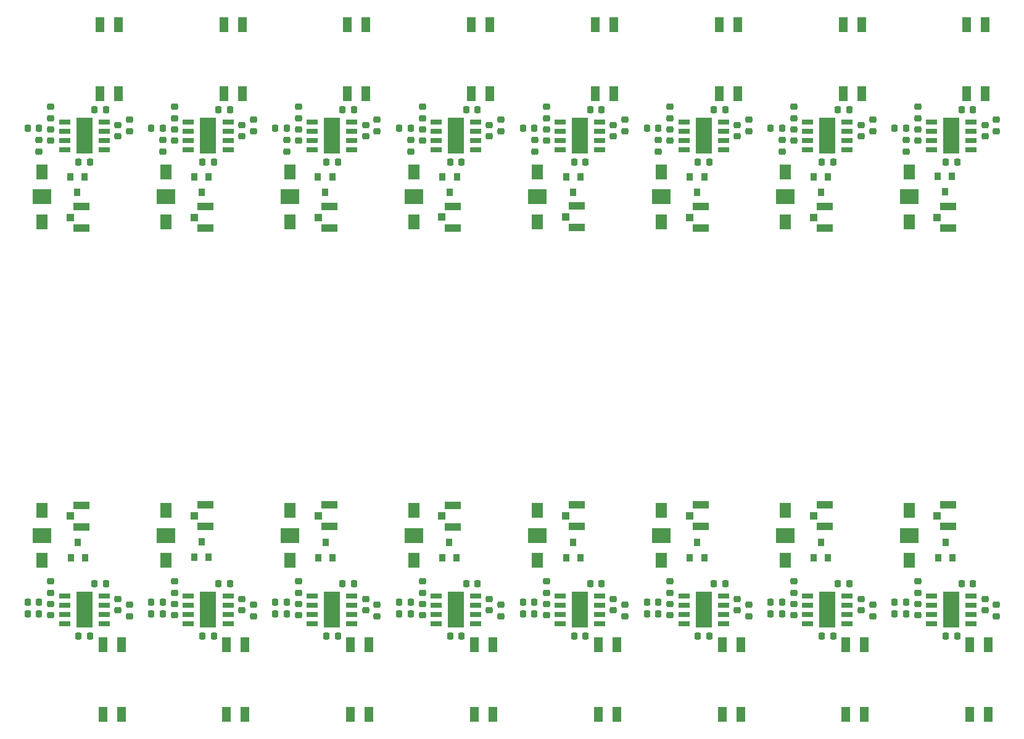
<source format=gbp>
G04 #@! TF.GenerationSoftware,KiCad,Pcbnew,(6.0.2)*
G04 #@! TF.CreationDate,2022-06-24T14:50:25-04:00*
G04 #@! TF.ProjectId,ARTIQAmp,41525449-5141-46d7-902e-6b696361645f,rev?*
G04 #@! TF.SameCoordinates,Original*
G04 #@! TF.FileFunction,Paste,Bot*
G04 #@! TF.FilePolarity,Positive*
%FSLAX46Y46*%
G04 Gerber Fmt 4.6, Leading zero omitted, Abs format (unit mm)*
G04 Created by KiCad (PCBNEW (6.0.2)) date 2022-06-24 14:50:25*
%MOMM*%
%LPD*%
G01*
G04 APERTURE LIST*
G04 Aperture macros list*
%AMRoundRect*
0 Rectangle with rounded corners*
0 $1 Rounding radius*
0 $2 $3 $4 $5 $6 $7 $8 $9 X,Y pos of 4 corners*
0 Add a 4 corners polygon primitive as box body*
4,1,4,$2,$3,$4,$5,$6,$7,$8,$9,$2,$3,0*
0 Add four circle primitives for the rounded corners*
1,1,$1+$1,$2,$3*
1,1,$1+$1,$4,$5*
1,1,$1+$1,$6,$7*
1,1,$1+$1,$8,$9*
0 Add four rect primitives between the rounded corners*
20,1,$1+$1,$2,$3,$4,$5,0*
20,1,$1+$1,$4,$5,$6,$7,0*
20,1,$1+$1,$6,$7,$8,$9,0*
20,1,$1+$1,$8,$9,$2,$3,0*%
G04 Aperture macros list end*
%ADD10R,1.526000X0.650000*%
%ADD11R,2.260000X5.000000*%
%ADD12R,1.050000X1.000000*%
%ADD13R,2.200000X1.050000*%
%ADD14RoundRect,0.218750X-0.256250X0.218750X-0.256250X-0.218750X0.256250X-0.218750X0.256250X0.218750X0*%
%ADD15R,1.200000X2.000000*%
%ADD16RoundRect,0.218750X-0.218750X-0.256250X0.218750X-0.256250X0.218750X0.256250X-0.218750X0.256250X0*%
%ADD17RoundRect,0.218750X0.218750X0.256250X-0.218750X0.256250X-0.218750X-0.256250X0.218750X-0.256250X0*%
%ADD18RoundRect,0.218750X0.256250X-0.218750X0.256250X0.218750X-0.256250X0.218750X-0.256250X-0.218750X0*%
%ADD19R,1.600000X2.000000*%
%ADD20R,2.600000X2.000000*%
%ADD21R,0.850000X1.000000*%
G04 APERTURE END LIST*
D10*
X60188000Y-58705000D03*
X60188000Y-57435000D03*
X60188000Y-56165000D03*
X60188000Y-54895000D03*
X65612000Y-54895000D03*
X65612000Y-56165000D03*
X65612000Y-57435000D03*
X65612000Y-58705000D03*
D11*
X62900000Y-56800000D03*
D10*
X162188000Y-58705000D03*
X162188000Y-57435000D03*
X162188000Y-56165000D03*
X162188000Y-54895000D03*
X167612000Y-54895000D03*
X167612000Y-56165000D03*
X167612000Y-57435000D03*
X167612000Y-58705000D03*
D11*
X164900000Y-56800000D03*
D10*
X94188000Y-58705000D03*
X94188000Y-57435000D03*
X94188000Y-56165000D03*
X94188000Y-54895000D03*
X99612000Y-54895000D03*
X99612000Y-56165000D03*
X99612000Y-57435000D03*
X99612000Y-58705000D03*
D11*
X96900000Y-56800000D03*
D10*
X145188000Y-58705000D03*
X145188000Y-57435000D03*
X145188000Y-56165000D03*
X145188000Y-54895000D03*
X150612000Y-54895000D03*
X150612000Y-56165000D03*
X150612000Y-57435000D03*
X150612000Y-58705000D03*
D11*
X147900000Y-56800000D03*
D10*
X77188000Y-58705000D03*
X77188000Y-57435000D03*
X77188000Y-56165000D03*
X77188000Y-54895000D03*
X82612000Y-54895000D03*
X82612000Y-56165000D03*
X82612000Y-57435000D03*
X82612000Y-58705000D03*
D11*
X79900000Y-56800000D03*
D10*
X128188000Y-58705000D03*
X128188000Y-57435000D03*
X128188000Y-56165000D03*
X128188000Y-54895000D03*
X133612000Y-54895000D03*
X133612000Y-56165000D03*
X133612000Y-57435000D03*
X133612000Y-58705000D03*
D11*
X130900000Y-56800000D03*
D10*
X179188000Y-58705000D03*
X179188000Y-57435000D03*
X179188000Y-56165000D03*
X179188000Y-54895000D03*
X184612000Y-54895000D03*
X184612000Y-56165000D03*
X184612000Y-57435000D03*
X184612000Y-58705000D03*
D11*
X181900000Y-56800000D03*
D10*
X111188000Y-58705000D03*
X111188000Y-57435000D03*
X111188000Y-56165000D03*
X111188000Y-54895000D03*
X116612000Y-54895000D03*
X116612000Y-56165000D03*
X116612000Y-57435000D03*
X116612000Y-58705000D03*
D11*
X113900000Y-56800000D03*
D10*
X60188000Y-123805000D03*
X60188000Y-122535000D03*
X60188000Y-121265000D03*
X60188000Y-119995000D03*
X65612000Y-119995000D03*
X65612000Y-121265000D03*
X65612000Y-122535000D03*
X65612000Y-123805000D03*
D11*
X62900000Y-121900000D03*
D10*
X179188000Y-123805000D03*
X179188000Y-122535000D03*
X179188000Y-121265000D03*
X179188000Y-119995000D03*
X184612000Y-119995000D03*
X184612000Y-121265000D03*
X184612000Y-122535000D03*
X184612000Y-123805000D03*
D11*
X181900000Y-121900000D03*
D10*
X162188000Y-123805000D03*
X162188000Y-122535000D03*
X162188000Y-121265000D03*
X162188000Y-119995000D03*
X167612000Y-119995000D03*
X167612000Y-121265000D03*
X167612000Y-122535000D03*
X167612000Y-123805000D03*
D11*
X164900000Y-121900000D03*
D10*
X145188000Y-123805000D03*
X145188000Y-122535000D03*
X145188000Y-121265000D03*
X145188000Y-119995000D03*
X150612000Y-119995000D03*
X150612000Y-121265000D03*
X150612000Y-122535000D03*
X150612000Y-123805000D03*
D11*
X147900000Y-121900000D03*
D10*
X128188000Y-123805000D03*
X128188000Y-122535000D03*
X128188000Y-121265000D03*
X128188000Y-119995000D03*
X133612000Y-119995000D03*
X133612000Y-121265000D03*
X133612000Y-122535000D03*
X133612000Y-123805000D03*
D11*
X130900000Y-121900000D03*
D10*
X77188000Y-123805000D03*
X77188000Y-122535000D03*
X77188000Y-121265000D03*
X77188000Y-119995000D03*
X82612000Y-119995000D03*
X82612000Y-121265000D03*
X82612000Y-122535000D03*
X82612000Y-123805000D03*
D11*
X79900000Y-121900000D03*
D10*
X111188000Y-123805000D03*
X111188000Y-122535000D03*
X111188000Y-121265000D03*
X111188000Y-119995000D03*
X116612000Y-119995000D03*
X116612000Y-121265000D03*
X116612000Y-122535000D03*
X116612000Y-123805000D03*
D11*
X113900000Y-121900000D03*
D10*
X94188000Y-123805000D03*
X94188000Y-122535000D03*
X94188000Y-121265000D03*
X94188000Y-119995000D03*
X99612000Y-119995000D03*
X99612000Y-121265000D03*
X99612000Y-122535000D03*
X99612000Y-123805000D03*
D11*
X96900000Y-121900000D03*
D12*
X179975000Y-68000000D03*
D13*
X181500000Y-69475000D03*
X181500000Y-66525000D03*
D12*
X162975000Y-68000000D03*
D13*
X164500000Y-69475000D03*
X164500000Y-66525000D03*
D12*
X145975000Y-68000000D03*
D13*
X147500000Y-69475000D03*
X147500000Y-66525000D03*
D12*
X128975000Y-67919600D03*
D13*
X130500000Y-69394600D03*
X130500000Y-66444600D03*
D12*
X111975000Y-67975000D03*
D13*
X113500000Y-69450000D03*
X113500000Y-66500000D03*
D12*
X94975000Y-68000000D03*
D13*
X96500000Y-69475000D03*
X96500000Y-66525000D03*
D12*
X77975000Y-68000000D03*
D13*
X79500000Y-69475000D03*
X79500000Y-66525000D03*
D12*
X60975000Y-68000000D03*
D13*
X62500000Y-69475000D03*
X62500000Y-66525000D03*
X181500000Y-107525000D03*
X181500000Y-110475000D03*
D12*
X179975000Y-109000000D03*
X162975000Y-109000000D03*
D13*
X164500000Y-110475000D03*
X164500000Y-107525000D03*
D12*
X145975000Y-109000000D03*
D13*
X147500000Y-110475000D03*
X147500000Y-107525000D03*
D12*
X128975000Y-109000000D03*
D13*
X130500000Y-110475000D03*
X130500000Y-107525000D03*
D12*
X111975000Y-109042200D03*
D13*
X113500000Y-110517200D03*
X113500000Y-107567200D03*
D12*
X94975000Y-109000000D03*
D13*
X96500000Y-110475000D03*
X96500000Y-107525000D03*
X79502000Y-107525000D03*
X79502000Y-110475000D03*
D12*
X77977000Y-109000000D03*
X60975000Y-109042200D03*
D13*
X62500000Y-110517200D03*
X62500000Y-107567200D03*
D14*
X58300000Y-55912500D03*
X58300000Y-57487500D03*
X188100000Y-54612500D03*
X188100000Y-56187500D03*
X177300000Y-55912500D03*
X177300000Y-57487500D03*
X171100000Y-54612500D03*
X171100000Y-56187500D03*
X160300000Y-55912500D03*
X160300000Y-57487500D03*
X69100000Y-54612500D03*
X69100000Y-56187500D03*
X154100000Y-54612500D03*
X154100000Y-56187500D03*
X143300000Y-55912500D03*
X143300000Y-57487500D03*
X137100000Y-54612500D03*
X137100000Y-56187500D03*
X120100000Y-54612500D03*
X120100000Y-56187500D03*
X109300000Y-55912500D03*
X109300000Y-57487500D03*
X75300000Y-55912500D03*
X75300000Y-57487500D03*
X103100000Y-54612500D03*
X103100000Y-56187500D03*
X126300000Y-55912500D03*
X126300000Y-57487500D03*
X92300000Y-55912500D03*
X92300000Y-57487500D03*
X86100000Y-54612500D03*
X86100000Y-56187500D03*
D15*
X152570000Y-51050000D03*
X150030000Y-51050000D03*
X150030000Y-41550000D03*
X152570000Y-41550000D03*
X118570000Y-51050000D03*
X116030000Y-51050000D03*
X116030000Y-41550000D03*
X118570000Y-41550000D03*
X101570000Y-51050000D03*
X99030000Y-51050000D03*
X99030000Y-41550000D03*
X101570000Y-41550000D03*
X67570000Y-51050000D03*
X65030000Y-51050000D03*
X65030000Y-41550000D03*
X67570000Y-41550000D03*
X135570000Y-51050000D03*
X133030000Y-51050000D03*
X133030000Y-41550000D03*
X135570000Y-41550000D03*
X84570000Y-51050000D03*
X82030000Y-51050000D03*
X82030000Y-41550000D03*
X84570000Y-41550000D03*
X169570000Y-51050000D03*
X167030000Y-51050000D03*
X167030000Y-41550000D03*
X169570000Y-41550000D03*
X186570000Y-51050000D03*
X184030000Y-51050000D03*
X184030000Y-41550000D03*
X186570000Y-41550000D03*
D16*
X130112500Y-60400000D03*
X131687500Y-60400000D03*
D17*
X141687500Y-55800000D03*
X140112500Y-55800000D03*
D16*
X113112500Y-60400000D03*
X114687500Y-60400000D03*
D17*
X90687500Y-55800000D03*
X89112500Y-55800000D03*
X73687500Y-55800000D03*
X72112500Y-55800000D03*
D16*
X96112500Y-60400000D03*
X97687500Y-60400000D03*
X79112500Y-60400000D03*
X80687500Y-60400000D03*
D18*
X73700000Y-58987500D03*
X73700000Y-57412500D03*
D16*
X147112500Y-60400000D03*
X148687500Y-60400000D03*
D17*
X107687500Y-55800000D03*
X106112500Y-55800000D03*
D18*
X107700000Y-58987500D03*
X107700000Y-57412500D03*
X124700000Y-58987500D03*
X124700000Y-57412500D03*
D17*
X124687500Y-55800000D03*
X123112500Y-55800000D03*
X99887500Y-53200000D03*
X98312500Y-53200000D03*
D18*
X75300000Y-54387500D03*
X75300000Y-52812500D03*
D14*
X135500000Y-55312500D03*
X135500000Y-56887500D03*
D17*
X150887500Y-53200000D03*
X149312500Y-53200000D03*
D18*
X177300000Y-54387500D03*
X177300000Y-52812500D03*
X126300000Y-54387500D03*
X126300000Y-52812500D03*
D14*
X118500000Y-55312500D03*
X118500000Y-56887500D03*
X67500000Y-55312500D03*
X67500000Y-56887500D03*
D17*
X115312500Y-53200000D03*
X116887500Y-53200000D03*
D18*
X143300000Y-54387500D03*
X143300000Y-52812500D03*
D17*
X167887500Y-53200000D03*
X166312500Y-53200000D03*
X184887500Y-53200000D03*
X183312500Y-53200000D03*
X133887500Y-53200000D03*
X132312500Y-53200000D03*
D14*
X101500000Y-55312500D03*
X101500000Y-56887500D03*
X169500000Y-55312500D03*
X169500000Y-56887500D03*
X186500000Y-55312500D03*
X186500000Y-56887500D03*
D18*
X92300000Y-54387500D03*
X92300000Y-52812500D03*
D14*
X152500000Y-55312500D03*
X152500000Y-56887500D03*
D18*
X160300000Y-54387500D03*
X160300000Y-52812500D03*
D14*
X84500000Y-55312500D03*
X84500000Y-56887500D03*
D18*
X58300000Y-54387500D03*
X58300000Y-52812500D03*
D17*
X82887500Y-53200000D03*
X81312500Y-53200000D03*
D18*
X109300000Y-54387500D03*
X109300000Y-52812500D03*
D19*
X142100000Y-68650000D03*
X142100000Y-61750000D03*
D20*
X142100000Y-65200000D03*
D19*
X108100000Y-68650000D03*
X108100000Y-61750000D03*
D20*
X108100000Y-65200000D03*
D19*
X74100000Y-68650000D03*
X74100000Y-61750000D03*
D20*
X74100000Y-65200000D03*
D19*
X176100000Y-68650000D03*
X176100000Y-61750000D03*
D20*
X176100000Y-65200000D03*
D19*
X91100000Y-68650000D03*
X91100000Y-61750000D03*
D20*
X91100000Y-65200000D03*
D19*
X57100000Y-68650000D03*
X57100000Y-61750000D03*
D20*
X57100000Y-65200000D03*
D19*
X159100000Y-68650000D03*
X159100000Y-61750000D03*
D20*
X159100000Y-65200000D03*
D19*
X125100000Y-68650000D03*
X125100000Y-61750000D03*
D20*
X125100000Y-65200000D03*
D17*
X65887500Y-53200000D03*
X64312500Y-53200000D03*
D18*
X56700000Y-58987500D03*
X56700000Y-57412500D03*
D17*
X56687500Y-55800000D03*
X55112500Y-55800000D03*
D18*
X141700000Y-58987500D03*
X141700000Y-57412500D03*
D17*
X175675000Y-55800000D03*
X174100000Y-55800000D03*
D16*
X181112500Y-60400000D03*
X182687500Y-60400000D03*
D18*
X158700000Y-58987500D03*
X158700000Y-57412500D03*
D17*
X158687500Y-55800000D03*
X157112500Y-55800000D03*
D16*
X164112500Y-60400000D03*
X165687500Y-60400000D03*
D18*
X175700000Y-58987500D03*
X175700000Y-57412500D03*
D16*
X62112500Y-60400000D03*
X63687500Y-60400000D03*
D18*
X90700000Y-58987500D03*
X90700000Y-57412500D03*
X188100000Y-122787500D03*
X188100000Y-121212500D03*
D14*
X75300000Y-121112500D03*
X75300000Y-122687500D03*
X92300000Y-121112500D03*
X92300000Y-122687500D03*
X160300000Y-121112500D03*
X160300000Y-122687500D03*
D18*
X137100000Y-122787500D03*
X137100000Y-121212500D03*
X86100000Y-122787500D03*
X86100000Y-121212500D03*
D14*
X109300000Y-121112500D03*
X109300000Y-122687500D03*
X143300000Y-121112500D03*
X143300000Y-122687500D03*
D18*
X171100000Y-122787500D03*
X171100000Y-121212500D03*
X120100000Y-122787500D03*
X120100000Y-121212500D03*
D14*
X177300000Y-121112500D03*
X177300000Y-122687500D03*
D18*
X154100000Y-122787500D03*
X154100000Y-121212500D03*
D14*
X126300000Y-121112500D03*
X126300000Y-122687500D03*
D18*
X69100000Y-122787500D03*
X69100000Y-121212500D03*
D14*
X58300000Y-121112500D03*
X58300000Y-122687500D03*
D18*
X103100000Y-122787500D03*
X103100000Y-121212500D03*
D15*
X65430000Y-126750000D03*
X67970000Y-126750000D03*
X67970000Y-136250000D03*
X65430000Y-136250000D03*
X167430000Y-126750000D03*
X169970000Y-126750000D03*
X169970000Y-136250000D03*
X167430000Y-136250000D03*
X116430000Y-126750000D03*
X118970000Y-126750000D03*
X118970000Y-136250000D03*
X116430000Y-136250000D03*
X184430000Y-126750000D03*
X186970000Y-126750000D03*
X186970000Y-136250000D03*
X184430000Y-136250000D03*
X150430000Y-126750000D03*
X152970000Y-126750000D03*
X152970000Y-136250000D03*
X150430000Y-136250000D03*
X99430000Y-126750000D03*
X101970000Y-126750000D03*
X101970000Y-136250000D03*
X99430000Y-136250000D03*
X82430000Y-126750000D03*
X84970000Y-126750000D03*
X84970000Y-136250000D03*
X82430000Y-136250000D03*
X133430000Y-126750000D03*
X135970000Y-126750000D03*
X135970000Y-136250000D03*
X133430000Y-136250000D03*
D17*
X82887500Y-118300000D03*
X81312500Y-118300000D03*
D14*
X135500000Y-120412500D03*
X135500000Y-121987500D03*
D17*
X133887500Y-118300000D03*
X132312500Y-118300000D03*
D18*
X92300000Y-119587500D03*
X92300000Y-118012500D03*
D17*
X99887500Y-118300000D03*
X98312500Y-118300000D03*
D14*
X84500000Y-120412500D03*
X84500000Y-121987500D03*
X101500000Y-120412500D03*
X101500000Y-121987500D03*
D18*
X126300000Y-119587500D03*
X126300000Y-118012500D03*
X75300000Y-119587500D03*
X75300000Y-118012500D03*
X109300000Y-119587500D03*
X109300000Y-118012500D03*
D17*
X116887500Y-118300000D03*
X115312500Y-118300000D03*
D14*
X118500000Y-120412500D03*
X118500000Y-121987500D03*
D16*
X164112500Y-125500000D03*
X165687500Y-125500000D03*
D17*
X90687500Y-120900000D03*
X89112500Y-120900000D03*
D16*
X147112500Y-125500000D03*
X148687500Y-125500000D03*
X89112500Y-122500000D03*
X90687500Y-122500000D03*
X140112500Y-122500000D03*
X141687500Y-122500000D03*
X130112500Y-125500000D03*
X131687500Y-125500000D03*
D17*
X158687500Y-120900000D03*
X157112500Y-120900000D03*
D16*
X181112500Y-125500000D03*
X182687500Y-125500000D03*
X157112500Y-122500000D03*
X158687500Y-122500000D03*
D17*
X175687500Y-120900000D03*
X174112500Y-120900000D03*
X107687500Y-120900000D03*
X106112500Y-120900000D03*
X124687500Y-120900000D03*
X123112500Y-120900000D03*
D16*
X174100000Y-122500000D03*
X175675000Y-122500000D03*
X106112500Y-122500000D03*
X107687500Y-122500000D03*
X123112500Y-122500000D03*
X124687500Y-122500000D03*
X96112500Y-125500000D03*
X97687500Y-125500000D03*
X113112500Y-125500000D03*
X114687500Y-125500000D03*
D17*
X141687500Y-120900000D03*
X140112500Y-120900000D03*
D18*
X160300000Y-119587500D03*
X160300000Y-118012500D03*
X177300000Y-119587500D03*
X177300000Y-118012500D03*
D14*
X152500000Y-120412500D03*
X152500000Y-121987500D03*
X169500000Y-120412500D03*
X169500000Y-121987500D03*
D17*
X184887500Y-118300000D03*
X183312500Y-118300000D03*
D18*
X143300000Y-119587500D03*
X143300000Y-118012500D03*
D14*
X67500000Y-120412500D03*
X67500000Y-121987500D03*
X186500000Y-120412500D03*
X186500000Y-121987500D03*
D17*
X65887500Y-118300000D03*
X64312500Y-118300000D03*
D18*
X58300000Y-119587500D03*
X58300000Y-118012500D03*
D17*
X167887500Y-118300000D03*
X166312500Y-118300000D03*
X150887500Y-118300000D03*
X149312500Y-118300000D03*
D16*
X79112500Y-125500000D03*
X80687500Y-125500000D03*
X72112500Y-122500000D03*
X73687500Y-122500000D03*
D17*
X73687500Y-120900000D03*
X72112500Y-120900000D03*
D19*
X142100000Y-108250000D03*
X142100000Y-115150000D03*
D20*
X142100000Y-111700000D03*
D19*
X108100000Y-108250000D03*
X108100000Y-115150000D03*
D20*
X108100000Y-111700000D03*
D19*
X74100000Y-108250000D03*
X74100000Y-115150000D03*
D20*
X74100000Y-111700000D03*
D16*
X55112500Y-122500000D03*
X56687500Y-122500000D03*
D19*
X57100000Y-108250000D03*
X57100000Y-115150000D03*
D20*
X57100000Y-111700000D03*
D19*
X176100000Y-108250000D03*
X176100000Y-115150000D03*
D20*
X176100000Y-111700000D03*
D19*
X125100000Y-108250000D03*
X125100000Y-115150000D03*
D20*
X125100000Y-111700000D03*
D19*
X91100000Y-108250000D03*
X91100000Y-115150000D03*
D20*
X91100000Y-111700000D03*
D17*
X56687500Y-120900000D03*
X55112500Y-120900000D03*
D16*
X62112500Y-125500000D03*
X63687500Y-125500000D03*
D19*
X159100000Y-108250000D03*
X159100000Y-115150000D03*
D20*
X159100000Y-111700000D03*
D21*
X164980000Y-114800000D03*
X163020000Y-114800000D03*
X164000000Y-112700000D03*
X180020000Y-62373800D03*
X181980000Y-62373800D03*
X181000000Y-64473800D03*
X96980000Y-114800000D03*
X95020000Y-114800000D03*
X96000000Y-112700000D03*
X130980000Y-114800000D03*
X129020000Y-114800000D03*
X130000000Y-112700000D03*
X163020000Y-62450000D03*
X164980000Y-62450000D03*
X164000000Y-64550000D03*
X94970000Y-62470000D03*
X96930000Y-62470000D03*
X95950000Y-64570000D03*
X112070000Y-62450000D03*
X114030000Y-62450000D03*
X113050000Y-64550000D03*
X79980000Y-114689600D03*
X78020000Y-114689600D03*
X79000000Y-112589600D03*
X146020000Y-62450000D03*
X147980000Y-62450000D03*
X147000000Y-64550000D03*
X113980000Y-114800000D03*
X112020000Y-114800000D03*
X113000000Y-112700000D03*
X182082000Y-114800000D03*
X180122000Y-114800000D03*
X181102000Y-112700000D03*
X63000000Y-114750000D03*
X61040000Y-114750000D03*
X62020000Y-112650000D03*
X78020000Y-62450000D03*
X79980000Y-62450000D03*
X79000000Y-64550000D03*
X60970000Y-62430000D03*
X62930000Y-62430000D03*
X61950000Y-64530000D03*
X129020000Y-62450000D03*
X130980000Y-62450000D03*
X130000000Y-64550000D03*
X147980000Y-114800000D03*
X146020000Y-114800000D03*
X147000000Y-112700000D03*
M02*

</source>
